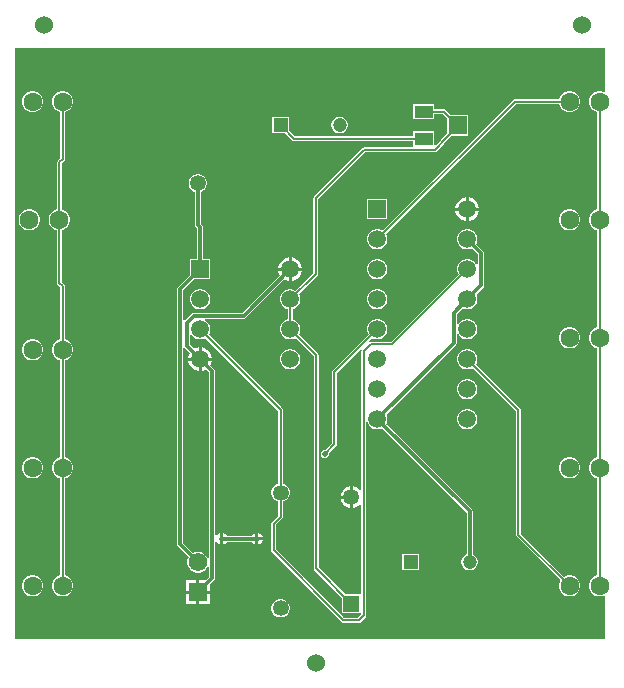
<source format=gtl>
G04*
G04 #@! TF.GenerationSoftware,Altium Limited,Altium Designer,22.7.1 (60)*
G04*
G04 Layer_Physical_Order=1*
G04 Layer_Color=255*
%FSLAX44Y44*%
%MOMM*%
G71*
G04*
G04 #@! TF.SameCoordinates,29AA5E4F-6587-4ACD-81CD-572689CA6415*
G04*
G04*
G04 #@! TF.FilePolarity,Positive*
G04*
G01*
G75*
%ADD10C,0.2000*%
%ADD15R,1.6000X1.6000*%
%ADD16R,1.6000X1.1000*%
%ADD25C,1.5700*%
%ADD26R,1.5700X1.5700*%
%ADD27C,1.2000*%
%ADD28R,1.2000X1.2000*%
%ADD30C,0.3000*%
%ADD31R,1.5000X1.5000*%
%ADD32C,1.5000*%
%ADD33C,1.6000*%
%ADD34C,1.5240*%
%ADD35C,1.3500*%
%ADD36R,1.3500X1.3500*%
%ADD37C,0.5000*%
G36*
X535000Y503776D02*
X533900Y503141D01*
X533474Y503387D01*
X531185Y504000D01*
X528815D01*
X526526Y503387D01*
X524474Y502202D01*
X522798Y500526D01*
X521614Y498474D01*
X521000Y496185D01*
Y493815D01*
X521614Y491526D01*
X522798Y489474D01*
X524474Y487798D01*
X526526Y486613D01*
X527961Y486229D01*
Y403771D01*
X526526Y403387D01*
X524474Y402202D01*
X522798Y400526D01*
X521614Y398474D01*
X521000Y396185D01*
Y393815D01*
X521614Y391526D01*
X522798Y389474D01*
X524474Y387799D01*
X526526Y386614D01*
X527961Y386229D01*
Y303771D01*
X526526Y303387D01*
X524474Y302202D01*
X522798Y300526D01*
X521614Y298474D01*
X521000Y296185D01*
Y293815D01*
X521614Y291526D01*
X522798Y289474D01*
X524474Y287798D01*
X526526Y286613D01*
X527961Y286229D01*
Y193771D01*
X526526Y193387D01*
X524474Y192202D01*
X522798Y190526D01*
X521614Y188474D01*
X521000Y186185D01*
Y183815D01*
X521614Y181526D01*
X522798Y179474D01*
X524474Y177798D01*
X526526Y176614D01*
X527961Y176229D01*
Y93771D01*
X526526Y93386D01*
X524474Y92202D01*
X522798Y90526D01*
X521614Y88474D01*
X521000Y86185D01*
Y83815D01*
X521614Y81526D01*
X522798Y79474D01*
X524474Y77798D01*
X526526Y76613D01*
X528815Y76000D01*
X531185D01*
X533474Y76613D01*
X533900Y76859D01*
X535000Y76224D01*
Y40000D01*
X35000D01*
Y540000D01*
X535000D01*
Y503776D01*
D02*
G37*
%LPC*%
G36*
X505785Y504000D02*
X503415D01*
X501126Y503387D01*
X499074Y502202D01*
X497398Y500526D01*
X496213Y498474D01*
X495829Y497039D01*
X458400D01*
X457620Y496884D01*
X456958Y496442D01*
X346294Y385778D01*
X345181Y386421D01*
X343019Y387000D01*
X340781D01*
X338619Y386421D01*
X336681Y385302D01*
X335098Y383719D01*
X333979Y381781D01*
X333400Y379619D01*
Y377381D01*
X333979Y375219D01*
X335098Y373281D01*
X336681Y371698D01*
X338619Y370579D01*
X340781Y370000D01*
X343019D01*
X345181Y370579D01*
X347119Y371698D01*
X348702Y373281D01*
X349821Y375219D01*
X350400Y377381D01*
Y379619D01*
X349821Y381781D01*
X349178Y382894D01*
X459245Y492961D01*
X495829D01*
X496213Y491526D01*
X497398Y489474D01*
X499074Y487798D01*
X501126Y486613D01*
X503415Y486000D01*
X505785D01*
X508074Y486613D01*
X510126Y487798D01*
X511802Y489474D01*
X512987Y491526D01*
X513600Y493815D01*
Y496185D01*
X512987Y498474D01*
X511802Y500526D01*
X510126Y502202D01*
X508074Y503387D01*
X505785Y504000D01*
D02*
G37*
G36*
X51185D02*
X48815D01*
X46526Y503387D01*
X44474Y502202D01*
X42798Y500526D01*
X41613Y498474D01*
X41000Y496185D01*
Y493815D01*
X41613Y491526D01*
X42798Y489474D01*
X44474Y487798D01*
X46526Y486613D01*
X48815Y486000D01*
X51185D01*
X53474Y486613D01*
X55526Y487798D01*
X57202Y489474D01*
X58387Y491526D01*
X59000Y493815D01*
Y496185D01*
X58387Y498474D01*
X57202Y500526D01*
X55526Y502202D01*
X53474Y503387D01*
X51185Y504000D01*
D02*
G37*
G36*
X310922Y482000D02*
X309079D01*
X307298Y481523D01*
X305702Y480602D01*
X304399Y479298D01*
X303477Y477702D01*
X303000Y475922D01*
Y474078D01*
X303477Y472298D01*
X304399Y470702D01*
X305702Y469399D01*
X307298Y468477D01*
X309079Y468000D01*
X310922D01*
X312702Y468477D01*
X314298Y469399D01*
X315602Y470702D01*
X316523Y472298D01*
X317000Y474078D01*
Y475922D01*
X316523Y477702D01*
X315602Y479298D01*
X314298Y480602D01*
X312702Y481523D01*
X310922Y482000D01*
D02*
G37*
G36*
X390000Y493000D02*
X372000D01*
Y480000D01*
X390000D01*
Y484461D01*
X397655D01*
X401000Y481116D01*
Y468287D01*
X391270Y457787D01*
X390000Y458285D01*
Y470000D01*
X372000D01*
Y465539D01*
X272345D01*
X267000Y470884D01*
Y482000D01*
X253000D01*
Y468000D01*
X264116D01*
X270058Y462058D01*
X270058Y462058D01*
X270720Y461616D01*
X271500Y461461D01*
X372000D01*
Y457413D01*
X372000Y457000D01*
X371085Y456143D01*
X330440D01*
X330440Y456143D01*
X329660Y455988D01*
X328998Y455546D01*
X328998Y455546D01*
X288358Y414906D01*
X287916Y414244D01*
X287761Y413464D01*
Y350245D01*
X272494Y334978D01*
X271381Y335621D01*
X269219Y336200D01*
X266981D01*
X264819Y335621D01*
X262881Y334502D01*
X261298Y332919D01*
X260179Y330981D01*
X259600Y328819D01*
Y326581D01*
X260179Y324419D01*
X261298Y322481D01*
X262881Y320898D01*
X264819Y319779D01*
X266061Y319447D01*
Y310553D01*
X264819Y310221D01*
X262881Y309102D01*
X261298Y307519D01*
X260179Y305581D01*
X259600Y303419D01*
Y301181D01*
X260179Y299019D01*
X261298Y297081D01*
X262881Y295498D01*
X264819Y294379D01*
X266981Y293800D01*
X269219D01*
X271381Y294379D01*
X272494Y295022D01*
X288015Y279501D01*
Y99946D01*
X288170Y99166D01*
X288612Y98504D01*
X312250Y74866D01*
Y62250D01*
X327131D01*
X327750Y62250D01*
X328401Y61250D01*
Y60741D01*
X325531Y57871D01*
X314013D01*
X256039Y115845D01*
Y136641D01*
X261442Y142044D01*
X261884Y142705D01*
X262039Y143485D01*
X262039Y143486D01*
Y156523D01*
X262992Y156778D01*
X264759Y157798D01*
X266202Y159241D01*
X267222Y161009D01*
X267750Y162980D01*
Y165020D01*
X267222Y166991D01*
X266202Y168759D01*
X264759Y170201D01*
X262992Y171222D01*
X262039Y171477D01*
Y234200D01*
X261884Y234980D01*
X261442Y235641D01*
X261442Y235641D01*
X199178Y297906D01*
X199820Y299019D01*
X200400Y301181D01*
Y303419D01*
X199820Y305581D01*
X198701Y307519D01*
X197119Y309102D01*
X195596Y309981D01*
X195936Y311251D01*
X228800D01*
X229775Y311445D01*
X230602Y311998D01*
X263035Y344431D01*
X264224Y343744D01*
X266778Y343060D01*
X266830D01*
Y351830D01*
X258060D01*
Y351778D01*
X258744Y349225D01*
X259431Y348035D01*
X227744Y316349D01*
X186400D01*
X185424Y316155D01*
X184597Y315602D01*
X178718Y309724D01*
X178213Y309792D01*
X177449Y310169D01*
Y335044D01*
X187005Y344600D01*
X200400D01*
Y361600D01*
X194449D01*
Y388572D01*
X194255Y389548D01*
X193702Y390374D01*
X192549Y391528D01*
Y418660D01*
X192991Y418778D01*
X194758Y419798D01*
X196201Y421241D01*
X197222Y423009D01*
X197750Y424980D01*
Y427020D01*
X197222Y428991D01*
X196201Y430759D01*
X194758Y432201D01*
X192991Y433222D01*
X191020Y433750D01*
X188979D01*
X187008Y433222D01*
X185241Y432201D01*
X183798Y430759D01*
X182778Y428991D01*
X182250Y427020D01*
Y424980D01*
X182778Y423009D01*
X183798Y421241D01*
X185241Y419798D01*
X187008Y418778D01*
X187451Y418660D01*
Y390472D01*
X187645Y389496D01*
X188197Y388670D01*
X189351Y387516D01*
Y361600D01*
X183400D01*
Y348205D01*
X173097Y337902D01*
X172545Y337075D01*
X172351Y336100D01*
Y120100D01*
X172545Y119125D01*
X173097Y118298D01*
X182202Y109193D01*
X181753Y108416D01*
X181150Y106165D01*
Y103835D01*
X181753Y101584D01*
X182918Y99566D01*
X184566Y97918D01*
X186584Y96753D01*
X188835Y96150D01*
X191165D01*
X193416Y96753D01*
X195434Y97918D01*
X197082Y99566D01*
X198097Y101325D01*
X199367Y101104D01*
Y92572D01*
X196785Y89990D01*
X191270D01*
Y80870D01*
X200390D01*
Y86385D01*
X203718Y89714D01*
X204271Y90541D01*
X204465Y91516D01*
Y121874D01*
X205690Y122137D01*
X205735Y122137D01*
X207145Y120727D01*
X208730Y120071D01*
Y125000D01*
Y129929D01*
X207145Y129273D01*
X205735Y127863D01*
X205690Y127863D01*
X204465Y128126D01*
Y266884D01*
X204271Y267859D01*
X203718Y268686D01*
X200569Y271835D01*
X201256Y273025D01*
X201940Y275578D01*
Y275630D01*
X193170D01*
Y266860D01*
X193222D01*
X195775Y267544D01*
X196964Y268231D01*
X199367Y265828D01*
Y108896D01*
X198097Y108675D01*
X197082Y110434D01*
X195434Y112082D01*
X193416Y113247D01*
X191165Y113850D01*
X188835D01*
X186584Y113247D01*
X185807Y112798D01*
X177449Y121156D01*
Y286031D01*
X178213Y286408D01*
X178718Y286476D01*
X183230Y281964D01*
X182544Y280775D01*
X181860Y278222D01*
Y278170D01*
X190630D01*
Y286940D01*
X190578D01*
X188025Y286256D01*
X186835Y285569D01*
X182949Y289456D01*
Y298264D01*
X184219Y298604D01*
X185098Y297081D01*
X186681Y295498D01*
X188619Y294379D01*
X190781Y293800D01*
X193019D01*
X195181Y294379D01*
X196294Y295022D01*
X257961Y233355D01*
Y171477D01*
X257009Y171222D01*
X255242Y170201D01*
X253799Y168759D01*
X252778Y166991D01*
X252250Y165020D01*
Y162980D01*
X252778Y161009D01*
X253799Y159241D01*
X255242Y157798D01*
X257009Y156778D01*
X257961Y156523D01*
Y144330D01*
X252558Y138927D01*
X252116Y138266D01*
X251961Y137485D01*
Y115000D01*
X252116Y114220D01*
X252558Y113558D01*
X311726Y54390D01*
X312388Y53948D01*
X313168Y53793D01*
X313168Y53793D01*
X326376D01*
X327156Y53948D01*
X327818Y54390D01*
X331882Y58454D01*
X332324Y59116D01*
X332479Y59896D01*
Y223510D01*
X333749Y223678D01*
X333979Y222819D01*
X335098Y220881D01*
X336681Y219298D01*
X338619Y218179D01*
X340781Y217600D01*
X343019D01*
X345181Y218179D01*
X345837Y218558D01*
X417451Y146944D01*
Y111564D01*
X417298Y111523D01*
X415702Y110601D01*
X414398Y109298D01*
X413477Y107702D01*
X413000Y105921D01*
Y104078D01*
X413477Y102298D01*
X414398Y100702D01*
X415702Y99398D01*
X417298Y98477D01*
X419078Y98000D01*
X420922D01*
X422702Y98477D01*
X424298Y99398D01*
X425601Y100702D01*
X426523Y102298D01*
X427000Y104078D01*
Y105921D01*
X426523Y107702D01*
X425601Y109298D01*
X424298Y110601D01*
X422702Y111523D01*
X422549Y111564D01*
Y148000D01*
X422355Y148975D01*
X421802Y149802D01*
X349442Y222163D01*
X349821Y222819D01*
X350400Y224981D01*
Y227219D01*
X349821Y229381D01*
X349442Y230037D01*
X408188Y288783D01*
X408741Y289611D01*
X408935Y290586D01*
Y298756D01*
X410179Y299019D01*
X411298Y297081D01*
X412881Y295498D01*
X414819Y294379D01*
X416981Y293800D01*
X419219D01*
X421381Y294379D01*
X423319Y295498D01*
X424902Y297081D01*
X426021Y299019D01*
X426600Y301181D01*
Y303419D01*
X426021Y305581D01*
X424902Y307519D01*
X423319Y309102D01*
X421381Y310221D01*
X419219Y310800D01*
X416981D01*
X414819Y310221D01*
X412881Y309102D01*
X411298Y307519D01*
X410179Y305581D01*
X408935Y305844D01*
Y314930D01*
X414163Y320158D01*
X414819Y319779D01*
X416981Y319200D01*
X419219D01*
X421381Y319779D01*
X423319Y320898D01*
X424902Y322481D01*
X426021Y324419D01*
X426600Y326581D01*
Y328819D01*
X426021Y330981D01*
X425642Y331637D01*
X431556Y337551D01*
X432109Y338378D01*
X432303Y339354D01*
Y366846D01*
X432109Y367821D01*
X431556Y368648D01*
X425642Y374563D01*
X426021Y375219D01*
X426600Y377381D01*
Y379619D01*
X426021Y381781D01*
X424902Y383719D01*
X423319Y385302D01*
X421381Y386421D01*
X419219Y387000D01*
X416981D01*
X414819Y386421D01*
X412881Y385302D01*
X411298Y383719D01*
X410179Y381781D01*
X409600Y379619D01*
Y377381D01*
X410179Y375219D01*
X411298Y373281D01*
X412881Y371698D01*
X414819Y370579D01*
X416981Y370000D01*
X419219D01*
X421381Y370579D01*
X422037Y370958D01*
X427205Y365790D01*
Y357334D01*
X427014Y357200D01*
X425332Y357573D01*
X424902Y358319D01*
X423319Y359902D01*
X421381Y361021D01*
X419219Y361600D01*
X416981D01*
X414819Y361021D01*
X412881Y359902D01*
X411298Y358319D01*
X410179Y356381D01*
X409600Y354219D01*
Y351981D01*
X410179Y349819D01*
X410822Y348706D01*
X353667Y291551D01*
X336536D01*
X335756Y291396D01*
X335516Y291236D01*
X334706Y292222D01*
X337506Y295022D01*
X338619Y294379D01*
X340781Y293800D01*
X343019D01*
X345181Y294379D01*
X347119Y295498D01*
X348702Y297081D01*
X349821Y299019D01*
X350400Y301181D01*
Y303419D01*
X349821Y305581D01*
X348702Y307519D01*
X347119Y309102D01*
X345181Y310221D01*
X343019Y310800D01*
X340781D01*
X338619Y310221D01*
X336681Y309102D01*
X335098Y307519D01*
X333979Y305581D01*
X333400Y303419D01*
Y301181D01*
X333979Y299019D01*
X334622Y297906D01*
X304106Y267390D01*
X303664Y266728D01*
X303509Y265948D01*
Y205521D01*
X298036Y200048D01*
X296724D01*
X295437Y199515D01*
X294453Y198531D01*
X293920Y197244D01*
Y195852D01*
X294453Y194565D01*
X295437Y193581D01*
X296724Y193048D01*
X298116D01*
X299403Y193581D01*
X300387Y194565D01*
X300920Y195852D01*
Y197164D01*
X306990Y203234D01*
X306990Y203234D01*
X307432Y203896D01*
X307587Y204676D01*
Y265103D01*
X327730Y285246D01*
X328716Y284436D01*
X328556Y284196D01*
X328401Y283416D01*
Y166436D01*
X327131Y166007D01*
X325704Y167434D01*
X323586Y168657D01*
X321270Y169277D01*
Y160000D01*
Y150723D01*
X323586Y151343D01*
X325704Y152566D01*
X327131Y153993D01*
X328401Y153564D01*
Y78751D01*
X327750Y77750D01*
X327131Y77750D01*
X315134D01*
X292093Y100791D01*
Y280346D01*
X291938Y281126D01*
X291496Y281788D01*
X291496Y281788D01*
X275378Y297906D01*
X276021Y299019D01*
X276600Y301181D01*
Y303419D01*
X276021Y305581D01*
X274902Y307519D01*
X273319Y309102D01*
X271381Y310221D01*
X270139Y310553D01*
Y319447D01*
X271381Y319779D01*
X273319Y320898D01*
X274902Y322481D01*
X276021Y324419D01*
X276600Y326581D01*
Y328819D01*
X276021Y330981D01*
X275378Y332094D01*
X291242Y347958D01*
X291684Y348620D01*
X291839Y349400D01*
Y412619D01*
X331285Y452065D01*
X390638D01*
X390677Y452072D01*
X390716Y452066D01*
X391065Y452150D01*
X391418Y452220D01*
X391451Y452242D01*
X391489Y452251D01*
X391781Y452462D01*
X392080Y452662D01*
X392102Y452695D01*
X392134Y452718D01*
X404441Y466000D01*
X419000D01*
Y484000D01*
X403884D01*
X399942Y487942D01*
X399280Y488384D01*
X398500Y488539D01*
X390000D01*
Y493000D01*
D02*
G37*
G36*
X419422Y413940D02*
X419370D01*
Y405170D01*
X428140D01*
Y405222D01*
X427456Y407775D01*
X426134Y410065D01*
X424265Y411934D01*
X421975Y413256D01*
X419422Y413940D01*
D02*
G37*
G36*
X416830D02*
X416778D01*
X414225Y413256D01*
X411935Y411934D01*
X410066Y410065D01*
X408744Y407775D01*
X408060Y405222D01*
Y405170D01*
X416830D01*
Y413940D01*
D02*
G37*
G36*
X350400Y412400D02*
X333400D01*
Y395400D01*
X350400D01*
Y412400D01*
D02*
G37*
G36*
X428140Y402630D02*
X419370D01*
Y393860D01*
X419422D01*
X421975Y394544D01*
X424265Y395866D01*
X426134Y397735D01*
X427456Y400025D01*
X428140Y402578D01*
Y402630D01*
D02*
G37*
G36*
X416830D02*
X408060D01*
Y402578D01*
X408744Y400025D01*
X410066Y397735D01*
X411935Y395866D01*
X414225Y394544D01*
X416778Y393860D01*
X416830D01*
Y402630D01*
D02*
G37*
G36*
X505785Y404000D02*
X503415D01*
X501126Y403387D01*
X499074Y402202D01*
X497398Y400526D01*
X496213Y398474D01*
X495600Y396185D01*
Y393815D01*
X496213Y391526D01*
X497398Y389474D01*
X499074Y387799D01*
X501126Y386614D01*
X503415Y386000D01*
X505785D01*
X508074Y386614D01*
X510126Y387799D01*
X511802Y389474D01*
X512987Y391526D01*
X513600Y393815D01*
Y396185D01*
X512987Y398474D01*
X511802Y400526D01*
X510126Y402202D01*
X508074Y403387D01*
X505785Y404000D01*
D02*
G37*
G36*
X48485D02*
X46115D01*
X43826Y403387D01*
X41774Y402202D01*
X40098Y400526D01*
X38914Y398474D01*
X38300Y396185D01*
Y393815D01*
X38914Y391526D01*
X40098Y389474D01*
X41774Y387799D01*
X43826Y386614D01*
X46115Y386000D01*
X48485D01*
X50774Y386614D01*
X52826Y387799D01*
X54502Y389474D01*
X55687Y391526D01*
X56300Y393815D01*
Y396185D01*
X55687Y398474D01*
X54502Y400526D01*
X52826Y402202D01*
X50774Y403387D01*
X48485Y404000D01*
D02*
G37*
G36*
X269422Y363140D02*
X269370D01*
Y354370D01*
X278140D01*
Y354422D01*
X277456Y356975D01*
X276134Y359265D01*
X274265Y361134D01*
X271975Y362456D01*
X269422Y363140D01*
D02*
G37*
G36*
X266830D02*
X266778D01*
X264224Y362456D01*
X261935Y361134D01*
X260066Y359265D01*
X258744Y356975D01*
X258060Y354422D01*
Y354370D01*
X266830D01*
Y363140D01*
D02*
G37*
G36*
X343019Y361600D02*
X340781D01*
X338619Y361021D01*
X336681Y359902D01*
X335098Y358319D01*
X333979Y356381D01*
X333400Y354219D01*
Y351981D01*
X333979Y349819D01*
X335098Y347881D01*
X336681Y346298D01*
X338619Y345179D01*
X340781Y344600D01*
X343019D01*
X345181Y345179D01*
X347119Y346298D01*
X348702Y347881D01*
X349821Y349819D01*
X350400Y351981D01*
Y354219D01*
X349821Y356381D01*
X348702Y358319D01*
X347119Y359902D01*
X345181Y361021D01*
X343019Y361600D01*
D02*
G37*
G36*
X278140Y351830D02*
X269370D01*
Y343060D01*
X269422D01*
X271975Y343744D01*
X274265Y345066D01*
X276134Y346935D01*
X277456Y349225D01*
X278140Y351778D01*
Y351830D01*
D02*
G37*
G36*
X343019Y336200D02*
X340781D01*
X338619Y335621D01*
X336681Y334502D01*
X335098Y332919D01*
X333979Y330981D01*
X333400Y328819D01*
Y326581D01*
X333979Y324419D01*
X335098Y322481D01*
X336681Y320898D01*
X338619Y319779D01*
X340781Y319200D01*
X343019D01*
X345181Y319779D01*
X347119Y320898D01*
X348702Y322481D01*
X349821Y324419D01*
X350400Y326581D01*
Y328819D01*
X349821Y330981D01*
X348702Y332919D01*
X347119Y334502D01*
X345181Y335621D01*
X343019Y336200D01*
D02*
G37*
G36*
X193019D02*
X190781D01*
X188619Y335621D01*
X186681Y334502D01*
X185098Y332919D01*
X183979Y330981D01*
X183400Y328819D01*
Y326581D01*
X183979Y324419D01*
X185098Y322481D01*
X186681Y320898D01*
X188619Y319779D01*
X190781Y319200D01*
X193019D01*
X195181Y319779D01*
X197119Y320898D01*
X198701Y322481D01*
X199820Y324419D01*
X200400Y326581D01*
Y328819D01*
X199820Y330981D01*
X198701Y332919D01*
X197119Y334502D01*
X195181Y335621D01*
X193019Y336200D01*
D02*
G37*
G36*
X505785Y304000D02*
X503415D01*
X501126Y303387D01*
X499074Y302202D01*
X497398Y300526D01*
X496213Y298474D01*
X495600Y296185D01*
Y293815D01*
X496213Y291526D01*
X497398Y289474D01*
X499074Y287798D01*
X501126Y286613D01*
X503415Y286000D01*
X505785D01*
X508074Y286613D01*
X510126Y287798D01*
X511802Y289474D01*
X512987Y291526D01*
X513600Y293815D01*
Y296185D01*
X512987Y298474D01*
X511802Y300526D01*
X510126Y302202D01*
X508074Y303387D01*
X505785Y304000D01*
D02*
G37*
G36*
X193222Y286940D02*
X193170D01*
Y278170D01*
X201940D01*
Y278222D01*
X201256Y280775D01*
X199934Y283065D01*
X198064Y284934D01*
X195775Y286256D01*
X193222Y286940D01*
D02*
G37*
G36*
X51185Y294000D02*
X48815D01*
X46526Y293387D01*
X44474Y292202D01*
X42798Y290526D01*
X41613Y288474D01*
X41000Y286185D01*
Y283815D01*
X41613Y281526D01*
X42798Y279474D01*
X44474Y277798D01*
X46526Y276613D01*
X48815Y276000D01*
X51185D01*
X53474Y276613D01*
X55526Y277798D01*
X57202Y279474D01*
X58387Y281526D01*
X59000Y283815D01*
Y286185D01*
X58387Y288474D01*
X57202Y290526D01*
X55526Y292202D01*
X53474Y293387D01*
X51185Y294000D01*
D02*
G37*
G36*
X269219Y285400D02*
X266981D01*
X264819Y284821D01*
X262881Y283702D01*
X261298Y282119D01*
X260179Y280181D01*
X259600Y278019D01*
Y275781D01*
X260179Y273619D01*
X261298Y271681D01*
X262881Y270098D01*
X264819Y268979D01*
X266981Y268400D01*
X269219D01*
X271381Y268979D01*
X273319Y270098D01*
X274902Y271681D01*
X276021Y273619D01*
X276600Y275781D01*
Y278019D01*
X276021Y280181D01*
X274902Y282119D01*
X273319Y283702D01*
X271381Y284821D01*
X269219Y285400D01*
D02*
G37*
G36*
X190630Y275630D02*
X181860D01*
Y275578D01*
X182544Y273025D01*
X183866Y270735D01*
X185735Y268866D01*
X188025Y267544D01*
X190578Y266860D01*
X190630D01*
Y275630D01*
D02*
G37*
G36*
X419219Y260000D02*
X416981D01*
X414819Y259421D01*
X412881Y258302D01*
X411298Y256719D01*
X410179Y254781D01*
X409600Y252619D01*
Y250381D01*
X410179Y248219D01*
X411298Y246281D01*
X412881Y244698D01*
X414819Y243579D01*
X416981Y243000D01*
X419219D01*
X421381Y243579D01*
X423319Y244698D01*
X424902Y246281D01*
X426021Y248219D01*
X426600Y250381D01*
Y252619D01*
X426021Y254781D01*
X424902Y256719D01*
X423319Y258302D01*
X421381Y259421D01*
X419219Y260000D01*
D02*
G37*
G36*
Y234600D02*
X416981D01*
X414819Y234021D01*
X412881Y232902D01*
X411298Y231319D01*
X410179Y229381D01*
X409600Y227219D01*
Y224981D01*
X410179Y222819D01*
X411298Y220881D01*
X412881Y219298D01*
X414819Y218179D01*
X416981Y217600D01*
X419219D01*
X421381Y218179D01*
X423319Y219298D01*
X424902Y220881D01*
X426021Y222819D01*
X426600Y224981D01*
Y227219D01*
X426021Y229381D01*
X424902Y231319D01*
X423319Y232902D01*
X421381Y234021D01*
X419219Y234600D01*
D02*
G37*
G36*
X505785Y194000D02*
X503415D01*
X501126Y193387D01*
X499074Y192202D01*
X497398Y190526D01*
X496213Y188474D01*
X495600Y186185D01*
Y183815D01*
X496213Y181526D01*
X497398Y179474D01*
X499074Y177798D01*
X501126Y176614D01*
X503415Y176000D01*
X505785D01*
X508074Y176614D01*
X510126Y177798D01*
X511802Y179474D01*
X512987Y181526D01*
X513600Y183815D01*
Y186185D01*
X512987Y188474D01*
X511802Y190526D01*
X510126Y192202D01*
X508074Y193387D01*
X505785Y194000D01*
D02*
G37*
G36*
X51185D02*
X48815D01*
X46526Y193387D01*
X44474Y192202D01*
X42798Y190526D01*
X41613Y188474D01*
X41000Y186185D01*
Y183815D01*
X41613Y181526D01*
X42798Y179474D01*
X44474Y177798D01*
X46526Y176614D01*
X48815Y176000D01*
X51185D01*
X53474Y176614D01*
X55526Y177798D01*
X57202Y179474D01*
X58387Y181526D01*
X59000Y183815D01*
Y186185D01*
X58387Y188474D01*
X57202Y190526D01*
X55526Y192202D01*
X53474Y193387D01*
X51185Y194000D01*
D02*
G37*
G36*
X318730Y169277D02*
X316414Y168657D01*
X314296Y167434D01*
X312566Y165704D01*
X311343Y163586D01*
X310723Y161270D01*
X318730D01*
Y169277D01*
D02*
G37*
G36*
Y158730D02*
X310723D01*
X311343Y156414D01*
X312566Y154296D01*
X314296Y152566D01*
X316414Y151343D01*
X318730Y150723D01*
Y158730D01*
D02*
G37*
G36*
X238730Y129929D02*
X237145Y129273D01*
X235727Y127855D01*
X235601Y127549D01*
X214399D01*
X214273Y127855D01*
X212855Y129273D01*
X211270Y129929D01*
Y125000D01*
Y120071D01*
X212855Y120727D01*
X214273Y122145D01*
X214399Y122451D01*
X235601D01*
X235727Y122145D01*
X237145Y120727D01*
X238730Y120071D01*
Y125000D01*
Y129929D01*
D02*
G37*
G36*
X241270D02*
Y126270D01*
X244929D01*
X244273Y127855D01*
X242855Y129273D01*
X241270Y129929D01*
D02*
G37*
G36*
X244929Y123730D02*
X241270D01*
Y120071D01*
X242855Y120727D01*
X244273Y122145D01*
X244929Y123730D01*
D02*
G37*
G36*
X377000Y112000D02*
X363000D01*
Y98000D01*
X377000D01*
Y112000D01*
D02*
G37*
G36*
X188730Y89990D02*
X179610D01*
Y80870D01*
X188730D01*
Y89990D01*
D02*
G37*
G36*
X419219Y285400D02*
X416981D01*
X414819Y284821D01*
X412881Y283702D01*
X411298Y282119D01*
X410179Y280181D01*
X409600Y278019D01*
Y275781D01*
X410179Y273619D01*
X411298Y271681D01*
X412881Y270098D01*
X414819Y268979D01*
X416981Y268400D01*
X419219D01*
X421381Y268979D01*
X422494Y269622D01*
X459211Y232905D01*
Y128350D01*
X459366Y127570D01*
X459808Y126908D01*
X496956Y89760D01*
X496213Y88474D01*
X495600Y86185D01*
Y83815D01*
X496213Y81526D01*
X497398Y79474D01*
X499074Y77798D01*
X501126Y76613D01*
X503415Y76000D01*
X505785D01*
X508074Y76613D01*
X510126Y77798D01*
X511802Y79474D01*
X512987Y81526D01*
X513600Y83815D01*
Y86185D01*
X512987Y88474D01*
X511802Y90526D01*
X510126Y92202D01*
X508074Y93386D01*
X505785Y94000D01*
X503415D01*
X501126Y93386D01*
X499840Y92644D01*
X463289Y129195D01*
Y233750D01*
X463134Y234530D01*
X462692Y235192D01*
X462692Y235192D01*
X425378Y272506D01*
X426021Y273619D01*
X426600Y275781D01*
Y278019D01*
X426021Y280181D01*
X424902Y282119D01*
X423319Y283702D01*
X421381Y284821D01*
X419219Y285400D01*
D02*
G37*
G36*
X76585Y504000D02*
X74215D01*
X71926Y503387D01*
X69874Y502202D01*
X68198Y500526D01*
X67014Y498474D01*
X66400Y496185D01*
Y493815D01*
X67014Y491526D01*
X68198Y489474D01*
X69874Y487798D01*
X71926Y486613D01*
X73361Y486229D01*
Y446981D01*
X71258Y444878D01*
X70816Y444216D01*
X70661Y443436D01*
Y403771D01*
X69226Y403387D01*
X67174Y402202D01*
X65498Y400526D01*
X64314Y398474D01*
X63700Y396185D01*
Y393815D01*
X64314Y391526D01*
X65498Y389474D01*
X67174Y387799D01*
X69226Y386614D01*
X70661Y386229D01*
Y341234D01*
X70816Y340454D01*
X71258Y339792D01*
X73361Y337689D01*
Y293771D01*
X71926Y293387D01*
X69874Y292202D01*
X68198Y290526D01*
X67014Y288474D01*
X66400Y286185D01*
Y283815D01*
X67014Y281526D01*
X68198Y279474D01*
X69874Y277798D01*
X71926Y276613D01*
X73361Y276229D01*
Y193771D01*
X71926Y193387D01*
X69874Y192202D01*
X68198Y190526D01*
X67014Y188474D01*
X66400Y186185D01*
Y183815D01*
X67014Y181526D01*
X68198Y179474D01*
X69874Y177798D01*
X71926Y176614D01*
X73361Y176229D01*
Y93771D01*
X71926Y93386D01*
X69874Y92202D01*
X68198Y90526D01*
X67014Y88474D01*
X66400Y86185D01*
Y83815D01*
X67014Y81526D01*
X68198Y79474D01*
X69874Y77798D01*
X71926Y76613D01*
X74215Y76000D01*
X76585D01*
X78874Y76613D01*
X80926Y77798D01*
X82602Y79474D01*
X83787Y81526D01*
X84400Y83815D01*
Y86185D01*
X83787Y88474D01*
X82602Y90526D01*
X80926Y92202D01*
X78874Y93386D01*
X77439Y93771D01*
Y176229D01*
X78874Y176614D01*
X80926Y177798D01*
X82602Y179474D01*
X83787Y181526D01*
X84400Y183815D01*
Y186185D01*
X83787Y188474D01*
X82602Y190526D01*
X80926Y192202D01*
X78874Y193387D01*
X77439Y193771D01*
Y276229D01*
X78874Y276613D01*
X80926Y277798D01*
X82602Y279474D01*
X83787Y281526D01*
X84400Y283815D01*
Y286185D01*
X83787Y288474D01*
X82602Y290526D01*
X80926Y292202D01*
X78874Y293387D01*
X77439Y293771D01*
Y338534D01*
X77439Y338534D01*
X77284Y339314D01*
X76842Y339976D01*
X74739Y342079D01*
Y386229D01*
X76174Y386614D01*
X78226Y387799D01*
X79902Y389474D01*
X81087Y391526D01*
X81700Y393815D01*
Y396185D01*
X81087Y398474D01*
X79902Y400526D01*
X78226Y402202D01*
X76174Y403387D01*
X74739Y403771D01*
Y442591D01*
X76842Y444694D01*
X77284Y445356D01*
X77439Y446136D01*
X77439Y446136D01*
Y486229D01*
X78874Y486613D01*
X80926Y487798D01*
X82602Y489474D01*
X83787Y491526D01*
X84400Y493815D01*
Y496185D01*
X83787Y498474D01*
X82602Y500526D01*
X80926Y502202D01*
X78874Y503387D01*
X76585Y504000D01*
D02*
G37*
G36*
X51185Y94000D02*
X48815D01*
X46526Y93386D01*
X44474Y92202D01*
X42798Y90526D01*
X41613Y88474D01*
X41000Y86185D01*
Y83815D01*
X41613Y81526D01*
X42798Y79474D01*
X44474Y77798D01*
X46526Y76613D01*
X48815Y76000D01*
X51185D01*
X53474Y76613D01*
X55526Y77798D01*
X57202Y79474D01*
X58387Y81526D01*
X59000Y83815D01*
Y86185D01*
X58387Y88474D01*
X57202Y90526D01*
X55526Y92202D01*
X53474Y93386D01*
X51185Y94000D01*
D02*
G37*
G36*
X200390Y78330D02*
X191270D01*
Y69210D01*
X200390D01*
Y78330D01*
D02*
G37*
G36*
X188730D02*
X179610D01*
Y69210D01*
X188730D01*
Y78330D01*
D02*
G37*
G36*
X261021Y73750D02*
X258980D01*
X257009Y73222D01*
X255242Y72202D01*
X253799Y70759D01*
X252778Y68991D01*
X252250Y67021D01*
Y64980D01*
X252778Y63009D01*
X253799Y61241D01*
X255242Y59799D01*
X257009Y58778D01*
X258980Y58250D01*
X261021D01*
X262992Y58778D01*
X264759Y59799D01*
X266202Y61241D01*
X267222Y63009D01*
X267750Y64980D01*
Y67021D01*
X267222Y68991D01*
X266202Y70759D01*
X264759Y72202D01*
X262992Y73222D01*
X261021Y73750D01*
D02*
G37*
%LPD*%
D10*
X254000Y115000D02*
Y137485D01*
Y115000D02*
X313168Y55832D01*
X254000Y137485D02*
X260000Y143485D01*
Y164000D01*
X313168Y55832D02*
X326376D01*
X330440Y59896D01*
Y283416D01*
X268100Y327700D02*
X289800Y349400D01*
Y413464D01*
X330440Y454104D01*
X390638D01*
X410000Y475000D01*
X381000Y486500D02*
X398500D01*
X410000Y475000D01*
X260000D02*
X271500Y463500D01*
X381000D01*
X75400Y185000D02*
Y285000D01*
Y85000D02*
Y185000D01*
Y285000D02*
Y338534D01*
X72700Y341234D02*
X75400Y338534D01*
X72700Y341234D02*
Y395000D01*
Y443436D01*
X75400Y446136D01*
Y495000D01*
X530000Y395000D02*
Y495000D01*
Y295000D02*
Y395000D01*
Y185000D02*
Y295000D01*
Y85000D02*
Y185000D01*
X341900Y378500D02*
X458400Y495000D01*
X504600D01*
X297420Y196548D02*
X305548Y204676D01*
Y265948D01*
X341900Y302300D01*
X418100Y276900D02*
X461250Y233750D01*
Y128350D02*
Y233750D01*
Y128350D02*
X504600Y85000D01*
X268100Y302300D02*
Y327700D01*
Y302300D02*
X290054Y280346D01*
Y99946D02*
Y280346D01*
Y99946D02*
X320000Y70000D01*
X260000Y164000D02*
Y234200D01*
X191900Y302300D02*
X260000Y234200D01*
X330440Y283416D02*
X336536Y289512D01*
X354512D01*
X418100Y353100D01*
D15*
X410000Y475000D02*
D03*
D16*
X381000Y463500D02*
D03*
Y486500D02*
D03*
D25*
X190000Y105000D02*
D03*
D26*
Y79600D02*
D03*
D27*
X420000Y105000D02*
D03*
X310000Y475000D02*
D03*
D28*
X370000Y105000D02*
D03*
X260000Y475000D02*
D03*
D30*
X174900Y336100D02*
X191900Y353100D01*
X190000Y390472D02*
Y426000D01*
Y390472D02*
X191900Y388572D01*
Y353100D02*
Y388572D01*
X210000Y125000D02*
X240000D01*
X174900Y120100D02*
X190000Y105000D01*
X174900Y120100D02*
Y336100D01*
X420000Y105000D02*
Y148000D01*
X341900Y226100D02*
X420000Y148000D01*
X341900Y226100D02*
X406386Y290586D01*
Y315986D01*
X418100Y327700D01*
X429754Y339354D01*
Y366846D01*
X418100Y378500D02*
X429754Y366846D01*
X190000Y79600D02*
X201916Y91516D01*
Y266884D01*
X191900Y276900D02*
X201916Y266884D01*
X180400Y288400D02*
X191900Y276900D01*
X180400Y288400D02*
Y307800D01*
X186400Y313800D01*
X228800D01*
X268100Y353100D01*
D31*
X191900D02*
D03*
X341900Y403900D02*
D03*
D32*
X191900Y327700D02*
D03*
Y302300D02*
D03*
Y276900D02*
D03*
X268100Y353100D02*
D03*
Y327700D02*
D03*
Y302300D02*
D03*
Y276900D02*
D03*
X418100Y226100D02*
D03*
Y251500D02*
D03*
Y276900D02*
D03*
Y302300D02*
D03*
Y327700D02*
D03*
Y353100D02*
D03*
Y378500D02*
D03*
Y403900D02*
D03*
X341900Y226100D02*
D03*
Y251500D02*
D03*
Y276900D02*
D03*
Y302300D02*
D03*
Y327700D02*
D03*
Y353100D02*
D03*
Y378500D02*
D03*
D33*
X75400Y495000D02*
D03*
X50000D02*
D03*
X47300Y395000D02*
D03*
X72700D02*
D03*
X530000Y185000D02*
D03*
X504600D02*
D03*
X530000Y295000D02*
D03*
X504600D02*
D03*
X530000Y395000D02*
D03*
X504600D02*
D03*
X530000Y495000D02*
D03*
X504600D02*
D03*
X530000Y85000D02*
D03*
X504600D02*
D03*
X75400D02*
D03*
X50000D02*
D03*
X75400Y185000D02*
D03*
X50000D02*
D03*
X75400Y285000D02*
D03*
X50000D02*
D03*
D34*
X290000Y20000D02*
D03*
X515000Y560000D02*
D03*
X60000D02*
D03*
D35*
X190000Y426000D02*
D03*
X260000Y164000D02*
D03*
Y66000D02*
D03*
X320000Y160000D02*
D03*
D36*
Y70000D02*
D03*
D37*
X240000Y125000D02*
D03*
X210000D02*
D03*
X297420Y196548D02*
D03*
M02*

</source>
